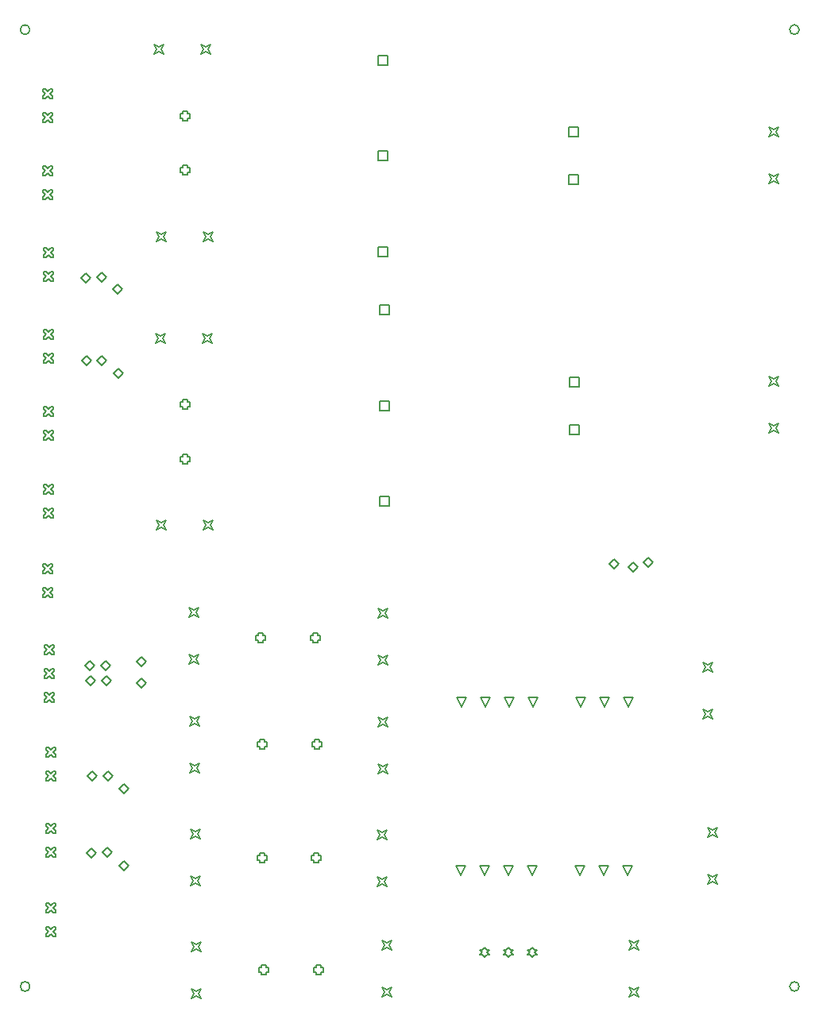
<source format=gbr>
G04 Layer_Color=2752767*
%FSLAX45Y45*%
%MOMM*%
%TF.FileFunction,Drawing*%
%TF.Part,Single*%
G01*
G75*
%TA.AperFunction,NonConductor*%
%ADD49C,0.12700*%
%ADD72C,0.16933*%
D49*
X4176700Y6539200D02*
Y6640800D01*
X4278300D01*
Y6539200D01*
X4176700D01*
X4176700Y5519200D02*
Y5620800D01*
X4278300D01*
Y5519200D01*
X4176700D01*
Y7559200D02*
Y7660800D01*
X4278300D01*
Y7559200D01*
X4176700D01*
X6206700Y6284200D02*
Y6385800D01*
X6308300D01*
Y6284200D01*
X6206700D01*
Y6794199D02*
Y6895799D01*
X6308300D01*
Y6794199D01*
X6206700D01*
X4166700Y9204200D02*
Y9305800D01*
X4268300D01*
Y9204200D01*
X4166700D01*
X4166700Y8184200D02*
Y8285800D01*
X4268300D01*
Y8184200D01*
X4166700D01*
Y10224200D02*
Y10325800D01*
X4268300D01*
Y10224200D01*
X4166700D01*
X6196700Y8949200D02*
Y9050800D01*
X6298300D01*
Y8949200D01*
X6196700D01*
X6196700Y9459200D02*
Y9560800D01*
X6298300D01*
Y9459200D01*
X6196700D01*
X5045999Y1589200D02*
X4995199Y1690800D01*
X5096799D01*
X5045999Y1589200D01*
X5300000Y1589200D02*
X5249200Y1690800D01*
X5350800D01*
X5300000Y1589200D01*
X5554000Y1589200D02*
X5503200Y1690800D01*
X5604800D01*
X5554000Y1589200D01*
X5808000D02*
X5757200Y1690800D01*
X5858800D01*
X5808000Y1589200D01*
X6316000D02*
X6265200Y1690800D01*
X6366800D01*
X6316000Y1589200D01*
X6570000Y1589200D02*
X6519200Y1690800D01*
X6620800D01*
X6570000Y1589200D01*
X6824000Y1589200D02*
X6773200Y1690800D01*
X6874800D01*
X6824000Y1589200D01*
X5802500Y714200D02*
X5827900Y739600D01*
X5853300D01*
X5827900Y765000D01*
X5853300Y790400D01*
X5827900D01*
X5802500Y815800D01*
X5777100Y790400D01*
X5751700D01*
X5777100Y765000D01*
X5751700Y739600D01*
X5777100D01*
X5802500Y714200D01*
X5548500D02*
X5573900Y739600D01*
X5599300D01*
X5573900Y765000D01*
X5599300Y790400D01*
X5573900D01*
X5548500Y815800D01*
X5523100Y790400D01*
X5497700D01*
X5523100Y765000D01*
X5497700Y739600D01*
X5523100D01*
X5548500Y714200D01*
X5294500D02*
X5319900Y739600D01*
X5345300D01*
X5319900Y765000D01*
X5345300Y790400D01*
X5319900D01*
X5294500Y815800D01*
X5269100Y790400D01*
X5243700D01*
X5269100Y765000D01*
X5243700Y739600D01*
X5269100D01*
X5294500Y714200D01*
X4204200Y291700D02*
X4229600Y342500D01*
X4204200Y393300D01*
X4255000Y367900D01*
X4305800Y393300D01*
X4280400Y342500D01*
X4305800Y291700D01*
X4255000Y317100D01*
X4204200Y291700D01*
Y791700D02*
X4229600Y842500D01*
X4204200Y893300D01*
X4255000Y867900D01*
X4305800Y893300D01*
X4280400Y842500D01*
X4305800Y791700D01*
X4255000Y817100D01*
X4204200Y791700D01*
X2897100Y1744600D02*
Y1719200D01*
X2947900D01*
Y1744600D01*
X2973300D01*
Y1795400D01*
X2947900D01*
Y1820800D01*
X2897100D01*
Y1795400D01*
X2871700D01*
Y1744600D01*
X2897100D01*
X3477100Y1744600D02*
Y1719200D01*
X3527900D01*
Y1744600D01*
X3553300D01*
Y1795400D01*
X3527900D01*
Y1820800D01*
X3477100D01*
Y1795400D01*
X3451700D01*
Y1744600D01*
X3477100D01*
X2161700Y1474200D02*
X2187100Y1525000D01*
X2161700Y1575800D01*
X2212500Y1550400D01*
X2263300Y1575800D01*
X2237900Y1525000D01*
X2263300Y1474200D01*
X2212500Y1499600D01*
X2161700Y1474200D01*
Y1974201D02*
X2187100Y2025001D01*
X2161700Y2075801D01*
X2212500Y2050401D01*
X2263300Y2075801D01*
X2237900Y2025001D01*
X2263300Y1974201D01*
X2212500Y1999601D01*
X2161700Y1974201D01*
X2156701Y2679199D02*
X2182101Y2729999D01*
X2156701Y2780799D01*
X2207501Y2755399D01*
X2258301Y2780799D01*
X2232901Y2729999D01*
X2258301Y2679199D01*
X2207501Y2704599D01*
X2156701Y2679199D01*
Y3179200D02*
X2182101Y3230000D01*
X2156701Y3280800D01*
X2207501Y3255400D01*
X2258301Y3280800D01*
X2232901Y3230000D01*
X2258301Y3179200D01*
X2207501Y3204600D01*
X2156701Y3179200D01*
X8331700Y6299200D02*
X8357100Y6350000D01*
X8331700Y6400800D01*
X8382500Y6375400D01*
X8433300Y6400800D01*
X8407900Y6350000D01*
X8433300Y6299200D01*
X8382500Y6324600D01*
X8331700Y6299200D01*
Y6799200D02*
X8357100Y6850000D01*
X8331700Y6900800D01*
X8382500Y6875400D01*
X8433300Y6900800D01*
X8407900Y6850000D01*
X8433300Y6799200D01*
X8382500Y6824600D01*
X8331700Y6799200D01*
X2077100Y5999601D02*
Y5974201D01*
X2127900D01*
Y5999601D01*
X2153300D01*
Y6050401D01*
X2127900D01*
Y6075801D01*
X2077100D01*
Y6050401D01*
X2051700D01*
Y5999601D01*
X2077100D01*
Y6579600D02*
Y6554200D01*
X2127900D01*
Y6579600D01*
X2153300D01*
Y6630400D01*
X2127900D01*
Y6655800D01*
X2077100D01*
Y6630400D01*
X2051700D01*
Y6579600D01*
X2077100D01*
X2079600Y9077100D02*
Y9051700D01*
X2130400D01*
Y9077100D01*
X2155800D01*
Y9127900D01*
X2130400D01*
Y9153300D01*
X2079600D01*
Y9127900D01*
X2054200D01*
Y9077100D01*
X2079600D01*
Y9657100D02*
Y9631700D01*
X2130400D01*
Y9657100D01*
X2155800D01*
Y9707900D01*
X2130400D01*
Y9733300D01*
X2079600D01*
Y9707900D01*
X2054200D01*
Y9657100D01*
X2079600D01*
X595700Y7919201D02*
X621100D01*
X646500Y7944601D01*
X671900Y7919201D01*
X697300D01*
Y7944601D01*
X671900Y7970001D01*
X697300Y7995401D01*
Y8020801D01*
X671900D01*
X646500Y7995401D01*
X621100Y8020801D01*
X595700D01*
Y7995401D01*
X621100Y7970001D01*
X595700Y7944601D01*
Y7919201D01*
Y8173201D02*
X621100D01*
X646500Y8198601D01*
X671900Y8173201D01*
X697300D01*
Y8198601D01*
X671900Y8224001D01*
X697300Y8249401D01*
Y8274801D01*
X671900D01*
X646500Y8249401D01*
X621100Y8274801D01*
X595700D01*
Y8249401D01*
X621100Y8224001D01*
X595700Y8198601D01*
Y8173201D01*
X5051000Y3376700D02*
X5000200Y3478300D01*
X5101800D01*
X5051000Y3376700D01*
X5305000D02*
X5254200Y3478300D01*
X5355800D01*
X5305000Y3376700D01*
X5559000Y3376700D02*
X5508200Y3478300D01*
X5609800D01*
X5559000Y3376700D01*
X5813000D02*
X5762200Y3478300D01*
X5863800D01*
X5813000Y3376700D01*
X6321000D02*
X6270200Y3478300D01*
X6371800D01*
X6321000Y3376700D01*
X6575000Y3376700D02*
X6524200Y3478300D01*
X6625800D01*
X6575000Y3376700D01*
X6829000Y3376700D02*
X6778200Y3478300D01*
X6879800D01*
X6829000Y3376700D01*
X585700Y9611700D02*
X611100D01*
X636500Y9637100D01*
X661900Y9611700D01*
X687300D01*
Y9637100D01*
X661900Y9662500D01*
X687300Y9687900D01*
Y9713300D01*
X661900D01*
X636500Y9687900D01*
X611100Y9713300D01*
X585700D01*
Y9687900D01*
X611100Y9662500D01*
X585700Y9637100D01*
Y9611700D01*
Y9865700D02*
X611100D01*
X636500Y9891100D01*
X661900Y9865700D01*
X687300D01*
Y9891100D01*
X661900Y9916500D01*
X687300Y9941900D01*
Y9967300D01*
X661900D01*
X636500Y9941900D01*
X611100Y9967300D01*
X585700D01*
Y9941900D01*
X611100Y9916500D01*
X585700Y9891100D01*
Y9865700D01*
X593700Y8789700D02*
X619100D01*
X644500Y8815100D01*
X669900Y8789700D01*
X695300D01*
Y8815100D01*
X669900Y8840500D01*
X695300Y8865900D01*
Y8891300D01*
X669900D01*
X644500Y8865900D01*
X619100Y8891300D01*
X593700D01*
Y8865900D01*
X619100Y8840500D01*
X593700Y8815100D01*
Y8789700D01*
Y9043700D02*
X619100D01*
X644500Y9069100D01*
X669900Y9043700D01*
X695300D01*
Y9069100D01*
X669900Y9094500D01*
X695300Y9119900D01*
Y9145300D01*
X669900D01*
X644500Y9119900D01*
X619100Y9145300D01*
X593700D01*
Y9119900D01*
X619100Y9094500D01*
X593700Y9069100D01*
Y9043700D01*
X8331700Y8961700D02*
X8357100Y9012500D01*
X8331700Y9063300D01*
X8382500Y9037900D01*
X8433300Y9063300D01*
X8407900Y9012500D01*
X8433300Y8961700D01*
X8382500Y8987100D01*
X8331700Y8961700D01*
Y9461700D02*
X8357100Y9512500D01*
X8331700Y9563300D01*
X8382500Y9537900D01*
X8433300Y9563300D01*
X8407900Y9512500D01*
X8433300Y9461700D01*
X8382500Y9487100D01*
X8331700Y9461700D01*
X623200Y930201D02*
X648600D01*
X674000Y955601D01*
X699400Y930201D01*
X724800D01*
Y955601D01*
X699400Y981001D01*
X724800Y1006401D01*
Y1031801D01*
X699400D01*
X674000Y1006401D01*
X648600Y1031801D01*
X623200D01*
Y1006401D01*
X648600Y981001D01*
X623200Y955601D01*
Y930201D01*
Y1184201D02*
X648600D01*
X674000Y1209601D01*
X699400Y1184201D01*
X724800D01*
Y1209601D01*
X699400Y1235001D01*
X724800Y1260401D01*
Y1285801D01*
X699400D01*
X674000Y1260401D01*
X648600Y1285801D01*
X623200D01*
Y1260401D01*
X648600Y1235001D01*
X623200Y1209601D01*
Y1184201D01*
X593700Y4547200D02*
X619100D01*
X644500Y4572600D01*
X669900Y4547200D01*
X695300D01*
Y4572600D01*
X669900Y4598000D01*
X695300Y4623400D01*
Y4648800D01*
X669900D01*
X644500Y4623400D01*
X619100Y4648800D01*
X593700D01*
Y4623400D01*
X619100Y4598000D01*
X593700Y4572600D01*
Y4547200D01*
Y4801200D02*
X619100D01*
X644500Y4826600D01*
X669900Y4801200D01*
X695300D01*
Y4826600D01*
X669900Y4852000D01*
X695300Y4877400D01*
Y4902800D01*
X669900D01*
X644500Y4877400D01*
X619100Y4902800D01*
X593700D01*
Y4877400D01*
X619100Y4852000D01*
X593700Y4826600D01*
Y4801200D01*
X595700Y5395200D02*
X621100D01*
X646500Y5420600D01*
X671900Y5395200D01*
X697300D01*
Y5420600D01*
X671900Y5446000D01*
X697300Y5471400D01*
Y5496800D01*
X671900D01*
X646500Y5471400D01*
X621100Y5496800D01*
X595700D01*
Y5471400D01*
X621100Y5446000D01*
X595700Y5420600D01*
Y5395200D01*
Y5649200D02*
X621100D01*
X646500Y5674600D01*
X671900Y5649200D01*
X697300D01*
Y5674600D01*
X671900Y5700000D01*
X697300Y5725400D01*
Y5750800D01*
X671900D01*
X646500Y5725400D01*
X621100Y5750800D01*
X595700D01*
Y5725400D01*
X621100Y5700000D01*
X595700Y5674600D01*
Y5649200D01*
X601200Y6224700D02*
X626600D01*
X652000Y6250100D01*
X677400Y6224700D01*
X702800D01*
Y6250100D01*
X677400Y6275500D01*
X702800Y6300900D01*
Y6326300D01*
X677400D01*
X652000Y6300900D01*
X626600Y6326300D01*
X601200D01*
Y6300900D01*
X626600Y6275500D01*
X601200Y6250100D01*
Y6224700D01*
Y6478700D02*
X626600D01*
X652000Y6504100D01*
X677400Y6478700D01*
X702800D01*
Y6504100D01*
X677400Y6529500D01*
X702800Y6554900D01*
Y6580300D01*
X677400D01*
X652000Y6554900D01*
X626600Y6580300D01*
X601200D01*
Y6554900D01*
X626600Y6529500D01*
X601200Y6504100D01*
Y6478700D01*
X625699Y1777701D02*
X651099D01*
X676499Y1803101D01*
X701899Y1777701D01*
X727299D01*
Y1803101D01*
X701899Y1828501D01*
X727299Y1853901D01*
Y1879301D01*
X701899D01*
X676499Y1853901D01*
X651099Y1879301D01*
X625699D01*
Y1853901D01*
X651099Y1828501D01*
X625699Y1803101D01*
Y1777701D01*
X625700Y2031700D02*
X651100D01*
X676500Y2057100D01*
X701900Y2031700D01*
X727300D01*
Y2057100D01*
X701900Y2082500D01*
X727300Y2107900D01*
Y2133300D01*
X701900D01*
X676500Y2107900D01*
X651100Y2133300D01*
X625700D01*
Y2107900D01*
X651100Y2082500D01*
X625700Y2057100D01*
Y2031700D01*
X2176700Y276700D02*
X2202100Y327500D01*
X2176700Y378300D01*
X2227500Y352900D01*
X2278300Y378300D01*
X2252900Y327500D01*
X2278300Y276700D01*
X2227500Y302100D01*
X2176700Y276700D01*
Y776700D02*
X2202100Y827500D01*
X2176700Y878300D01*
X2227500Y852900D01*
X2278300Y878300D01*
X2252900Y827500D01*
X2278300Y776700D01*
X2227500Y802100D01*
X2176700Y776700D01*
X6834200Y286700D02*
X6859600Y337500D01*
X6834200Y388300D01*
X6885000Y362900D01*
X6935800Y388300D01*
X6910400Y337500D01*
X6935800Y286700D01*
X6885000Y312100D01*
X6834200Y286700D01*
Y786700D02*
X6859600Y837500D01*
X6834200Y888300D01*
X6885000Y862900D01*
X6935800Y888300D01*
X6910400Y837500D01*
X6935800Y786700D01*
X6885000Y812100D01*
X6834200Y786700D01*
X621199Y2592201D02*
X646599D01*
X671999Y2617601D01*
X697399Y2592201D01*
X722799D01*
Y2617601D01*
X697399Y2643001D01*
X722799Y2668401D01*
Y2693801D01*
X697399D01*
X671999Y2668401D01*
X646599Y2693801D01*
X621199D01*
Y2668401D01*
X646599Y2643001D01*
X621199Y2617601D01*
Y2592201D01*
Y2846200D02*
X646599D01*
X671999Y2871600D01*
X697399Y2846200D01*
X722799D01*
Y2871600D01*
X697399Y2897000D01*
X722799Y2922400D01*
Y2947800D01*
X697399D01*
X671999Y2922400D01*
X646599Y2947800D01*
X621199D01*
Y2922400D01*
X646599Y2897000D01*
X621199Y2871600D01*
Y2846200D01*
X4151700Y1469200D02*
X4177100Y1520000D01*
X4151700Y1570800D01*
X4202500Y1545400D01*
X4253300Y1570800D01*
X4227900Y1520000D01*
X4253300Y1469200D01*
X4202500Y1494600D01*
X4151700Y1469200D01*
Y1969201D02*
X4177100Y2020001D01*
X4151700Y2070801D01*
X4202500Y2045401D01*
X4253300Y2070801D01*
X4227900Y2020001D01*
X4253300Y1969201D01*
X4202500Y1994601D01*
X4151700Y1969201D01*
X7679200Y1494200D02*
X7704600Y1545000D01*
X7679200Y1595800D01*
X7730000Y1570400D01*
X7780800Y1595800D01*
X7755400Y1545000D01*
X7780800Y1494200D01*
X7730000Y1519600D01*
X7679200Y1494200D01*
Y1994200D02*
X7704600Y2045000D01*
X7679200Y2095800D01*
X7730000Y2070400D01*
X7780800Y2095800D01*
X7755400Y2045000D01*
X7780800Y1994200D01*
X7730000Y2019600D01*
X7679200Y1994200D01*
X604199Y3435200D02*
X629599D01*
X654999Y3460600D01*
X680399Y3435200D01*
X705799D01*
Y3460600D01*
X680399Y3486000D01*
X705799Y3511400D01*
Y3536800D01*
X680399D01*
X654999Y3511400D01*
X629599Y3536800D01*
X604199D01*
Y3511400D01*
X629599Y3486000D01*
X604199Y3460600D01*
Y3435200D01*
Y3943200D02*
X629599D01*
X654999Y3968600D01*
X680399Y3943200D01*
X705799D01*
Y3968600D01*
X680399Y3994000D01*
X705799Y4019400D01*
Y4044800D01*
X680399D01*
X654999Y4019400D01*
X629599Y4044800D01*
X604199D01*
Y4019400D01*
X629599Y3994000D01*
X604199Y3968600D01*
Y3943200D01*
Y3689200D02*
X629599D01*
X654999Y3714600D01*
X680399Y3689200D01*
X705799D01*
Y3714600D01*
X680399Y3740000D01*
X705799Y3765400D01*
Y3790800D01*
X680399D01*
X654999Y3765400D01*
X629599Y3790800D01*
X604199D01*
Y3765400D01*
X629599Y3740000D01*
X604199Y3714600D01*
Y3689200D01*
X2149200Y3839200D02*
X2174600Y3890000D01*
X2149200Y3940800D01*
X2200000Y3915400D01*
X2250800Y3940800D01*
X2225400Y3890000D01*
X2250800Y3839200D01*
X2200000Y3864600D01*
X2149200Y3839200D01*
Y4339200D02*
X2174600Y4390000D01*
X2149200Y4440800D01*
X2200000Y4415400D01*
X2250800Y4440800D01*
X2225400Y4390000D01*
X2250800Y4339200D01*
X2200000Y4364600D01*
X2149200Y4339200D01*
X3482100Y2959600D02*
Y2934200D01*
X3532900D01*
Y2959600D01*
X3558300D01*
Y3010400D01*
X3532900D01*
Y3035800D01*
X3482100D01*
Y3010400D01*
X3456700D01*
Y2959600D01*
X3482100D01*
X2902100D02*
Y2934200D01*
X2952900D01*
Y2959600D01*
X2978300D01*
Y3010400D01*
X2952900D01*
Y3035800D01*
X2902100D01*
Y3010400D01*
X2876700D01*
Y2959600D01*
X2902100D01*
X2887100Y4089600D02*
Y4064200D01*
X2937900D01*
Y4089600D01*
X2963300D01*
Y4140400D01*
X2937900D01*
Y4165800D01*
X2887100D01*
Y4140400D01*
X2861700D01*
Y4089600D01*
X2887100D01*
X3467100D02*
Y4064200D01*
X3517900D01*
Y4089600D01*
X3543300D01*
Y4140400D01*
X3517900D01*
Y4165800D01*
X3467100D01*
Y4140400D01*
X3441700D01*
Y4089600D01*
X3467100D01*
X4164200Y2666700D02*
X4189600Y2717500D01*
X4164200Y2768300D01*
X4215000Y2742900D01*
X4265800Y2768300D01*
X4240400Y2717500D01*
X4265800Y2666700D01*
X4215000Y2692100D01*
X4164200Y2666700D01*
Y3166700D02*
X4189600Y3217500D01*
X4164200Y3268300D01*
X4215000Y3242900D01*
X4265800Y3268300D01*
X4240400Y3217500D01*
X4265800Y3166700D01*
X4215000Y3192100D01*
X4164200Y3166700D01*
Y3826700D02*
X4189600Y3877500D01*
X4164200Y3928300D01*
X4215000Y3902900D01*
X4265800Y3928300D01*
X4240400Y3877500D01*
X4265800Y3826700D01*
X4215000Y3852100D01*
X4164200Y3826700D01*
Y4326700D02*
X4189600Y4377500D01*
X4164200Y4428300D01*
X4215000Y4402900D01*
X4265800Y4428300D01*
X4240400Y4377500D01*
X4265800Y4326700D01*
X4215000Y4352100D01*
X4164200Y4326700D01*
X7629200Y3254200D02*
X7654600Y3305000D01*
X7629200Y3355800D01*
X7680000Y3330400D01*
X7730800Y3355800D01*
X7705400Y3305000D01*
X7730800Y3254200D01*
X7680000Y3279600D01*
X7629200Y3254200D01*
Y3754200D02*
X7654600Y3805000D01*
X7629200Y3855800D01*
X7680000Y3830400D01*
X7730800Y3855800D01*
X7705400Y3805000D01*
X7730800Y3754200D01*
X7680000Y3779600D01*
X7629200Y3754200D01*
X598700Y7042201D02*
X624100D01*
X649500Y7067601D01*
X674900Y7042201D01*
X700300D01*
Y7067601D01*
X674900Y7093001D01*
X700300Y7118401D01*
Y7143801D01*
X674900D01*
X649500Y7118401D01*
X624100Y7143801D01*
X598700D01*
Y7118401D01*
X624100Y7093001D01*
X598700Y7067601D01*
Y7042201D01*
Y7296201D02*
X624100D01*
X649500Y7321601D01*
X674900Y7296201D01*
X700300D01*
Y7321601D01*
X674900Y7347001D01*
X700300Y7372401D01*
Y7397801D01*
X674900D01*
X649500Y7372401D01*
X624100Y7397801D01*
X598700D01*
Y7372401D01*
X624100Y7347001D01*
X598700Y7321601D01*
Y7296201D01*
X1801700Y5269200D02*
X1827100Y5320000D01*
X1801700Y5370800D01*
X1852500Y5345400D01*
X1903300Y5370800D01*
X1877900Y5320000D01*
X1903300Y5269200D01*
X1852500Y5294600D01*
X1801700Y5269200D01*
X2301700D02*
X2327100Y5320000D01*
X2301700Y5370800D01*
X2352500Y5345400D01*
X2403300Y5370800D01*
X2377900Y5320000D01*
X2403300Y5269200D01*
X2352500Y5294600D01*
X2301700Y5269200D01*
X1794200Y7259200D02*
X1819600Y7310000D01*
X1794200Y7360800D01*
X1845000Y7335400D01*
X1895800Y7360800D01*
X1870400Y7310000D01*
X1895800Y7259200D01*
X1845000Y7284600D01*
X1794200Y7259200D01*
X2294200D02*
X2319600Y7310000D01*
X2294200Y7360800D01*
X2345000Y7335400D01*
X2395800Y7360800D01*
X2370400Y7310000D01*
X2395800Y7259200D01*
X2345000Y7284600D01*
X2294200Y7259200D01*
X1799200Y8339200D02*
X1824600Y8390000D01*
X1799200Y8440800D01*
X1850000Y8415400D01*
X1900800Y8440800D01*
X1875400Y8390000D01*
X1900800Y8339200D01*
X1850000Y8364600D01*
X1799200Y8339200D01*
X2299200Y8339200D02*
X2324600Y8390000D01*
X2299200Y8440800D01*
X2350000Y8415400D01*
X2400800Y8440800D01*
X2375400Y8390000D01*
X2400800Y8339200D01*
X2350000Y8364600D01*
X2299200Y8339200D01*
X1771700Y10339200D02*
X1797100Y10390000D01*
X1771700Y10440800D01*
X1822500Y10415400D01*
X1873300Y10440800D01*
X1847900Y10390000D01*
X1873300Y10339200D01*
X1822500Y10364600D01*
X1771700Y10339200D01*
X2271701D02*
X2297101Y10390000D01*
X2271701Y10440800D01*
X2322501Y10415400D01*
X2373301Y10440800D01*
X2347901Y10390000D01*
X2373301Y10339200D01*
X2322501Y10364600D01*
X2271701Y10339200D01*
X2922100Y552100D02*
Y526700D01*
X2972900D01*
Y552100D01*
X2998300D01*
Y602900D01*
X2972900D01*
Y628300D01*
X2922100D01*
Y602900D01*
X2896700D01*
Y552100D01*
X2922100D01*
X3502100D02*
Y526700D01*
X3552900D01*
Y552100D01*
X3578300D01*
Y602900D01*
X3552900D01*
Y628300D01*
X3502100D01*
Y602900D01*
X3476700D01*
Y552100D01*
X3502100D01*
X6994200Y4917500D02*
X7045000Y4968300D01*
X7095800Y4917500D01*
X7045000Y4866700D01*
X6994200Y4917500D01*
X999200Y7955000D02*
X1050000Y8005800D01*
X1100800Y7955000D01*
X1050000Y7904200D01*
X999200Y7955000D01*
X1164200Y7957500D02*
X1215000Y8008300D01*
X1265800Y7957500D01*
X1215000Y7906700D01*
X1164200Y7957500D01*
X1331700Y7832500D02*
X1382500Y7883300D01*
X1433300Y7832500D01*
X1382500Y7781700D01*
X1331700Y7832500D01*
X1004200Y7070000D02*
X1055000Y7120800D01*
X1105800Y7070000D01*
X1055000Y7019200D01*
X1004200Y7070000D01*
X1169200D02*
X1220000Y7120800D01*
X1270800Y7070000D01*
X1220000Y7019200D01*
X1169200Y7070000D01*
X1344200Y6937500D02*
X1395000Y6988300D01*
X1445800Y6937500D01*
X1395000Y6886700D01*
X1344200Y6937500D01*
X1046700Y3660000D02*
X1097500Y3710800D01*
X1148300Y3660000D01*
X1097500Y3609200D01*
X1046700Y3660000D01*
X1214200D02*
X1265000Y3710800D01*
X1315800Y3660000D01*
X1265000Y3609200D01*
X1214200Y3660000D01*
X1041700Y3822500D02*
X1092500Y3873300D01*
X1143300Y3822500D01*
X1092500Y3771700D01*
X1041700Y3822500D01*
X1211700D02*
X1262500Y3873300D01*
X1313300Y3822500D01*
X1262500Y3771700D01*
X1211700Y3822500D01*
X1589200Y3865000D02*
X1640000Y3915800D01*
X1690800Y3865000D01*
X1640000Y3814200D01*
X1589200Y3865000D01*
X1591700Y3637500D02*
X1642500Y3688300D01*
X1693300Y3637500D01*
X1642500Y3586700D01*
X1591700Y3637500D01*
X1404200Y2510000D02*
X1455000Y2560800D01*
X1505800Y2510000D01*
X1455000Y2459200D01*
X1404200Y2510000D01*
X1229200Y2645000D02*
X1280000Y2695800D01*
X1330800Y2645000D01*
X1280000Y2594200D01*
X1229200Y2645000D01*
X1061700Y2640000D02*
X1112500Y2690800D01*
X1163300Y2640000D01*
X1112500Y2589200D01*
X1061700Y2640000D01*
X1056700Y1825000D02*
X1107500Y1875800D01*
X1158300Y1825000D01*
X1107500Y1774200D01*
X1056700Y1825000D01*
X1226700Y1827500D02*
X1277500Y1878300D01*
X1328300Y1827500D01*
X1277500Y1776700D01*
X1226700Y1827500D01*
X1399200Y1690000D02*
X1450000Y1740800D01*
X1500800Y1690000D01*
X1450000Y1639200D01*
X1399200Y1690000D01*
X6626700Y4902500D02*
X6677500Y4953300D01*
X6728300Y4902500D01*
X6677500Y4851700D01*
X6626700Y4902500D01*
X6826700Y4872500D02*
X6877500Y4923300D01*
X6928300Y4872500D01*
X6877500Y4821700D01*
X6826700Y4872500D01*
D72*
X8650800Y10600000D02*
G03*
X8650800Y10600000I-50800J0D01*
G01*
Y400000D02*
G03*
X8650800Y400000I-50800J0D01*
G01*
X450800D02*
G03*
X450800Y400000I-50800J0D01*
G01*
Y10600000D02*
G03*
X450800Y10600000I-50800J0D01*
G01*
%TF.MD5,f3f600af0fb5320c9700ae3db1a4ea43*%
M02*

</source>
